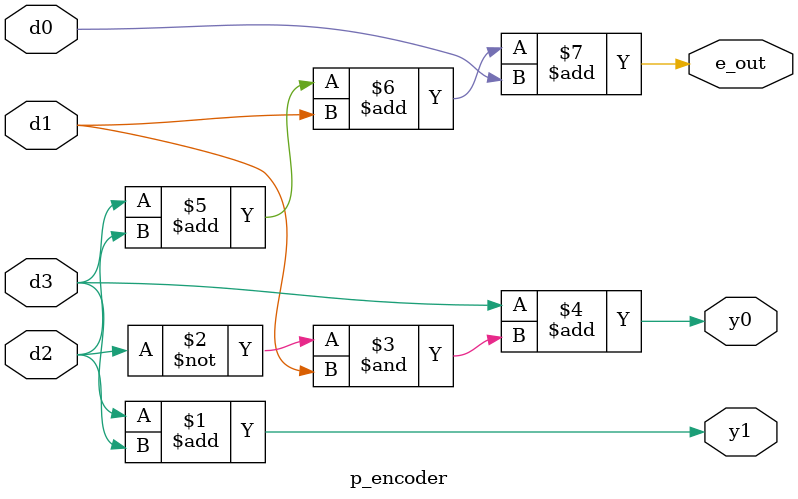
<source format=v>
module p_encoder ( input d0 , d1 , d2 , d3 ,
output y1 , y0 , e_out );

assign y1 = d3 + d2 ;
assign y0 = d3 + ((~ (d2)) & d1) ;
assign e_out =  d3 + d2 + d1 + d0 ;

endmodule 


</source>
